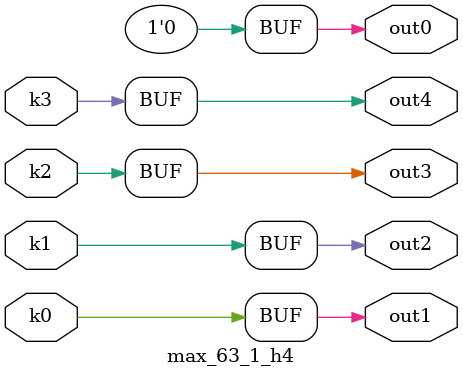
<source format=v>
module max_63_1(pi00, pi01, pi02, pi03, pi04, pi05, pi06, pi07, pi08, pi09, po0, po1, po2, po3, po4);
input pi00, pi01, pi02, pi03, pi04, pi05, pi06, pi07, pi08, pi09;
output po0, po1, po2, po3, po4;
wire k0, k1, k2, k3;
max_63_1_w4 DUT1 (pi00, pi01, pi02, pi03, pi04, pi05, pi06, pi07, pi08, pi09, k0, k1, k2, k3);
max_63_1_h4 DUT2 (k0, k1, k2, k3, po0, po1, po2, po3, po4);
endmodule

module max_63_1_w4(in9, in8, in7, in6, in5, in4, in3, in2, in1, in0, k3, k2, k1, k0);
input in9, in8, in7, in6, in5, in4, in3, in2, in1, in0;
output k3, k2, k1, k0;
assign k0 =   in1 & in7;
assign k1 =   in1 ? ~in8 : ~in5;
assign k2 =   in1 ? ~in9 : ~in6;
assign k3 =   (((~in9 | (in6 & (in3 | in0))) & (in6 | in3 | in0)) | (~in7 & in4) | (~in8 & in5)) & (~in8 | in5 | (~in7 & in4)) & ~in2 & (~in7 | in4);
endmodule

module max_63_1_h4(k3, k2, k1, k0, out4, out3, out2, out1, out0);
input k3, k2, k1, k0;
output out4, out3, out2, out1, out0;
assign out0 = 0;
assign out1 = k0;
assign out2 = k1;
assign out3 = k2;
assign out4 = k3;
endmodule

</source>
